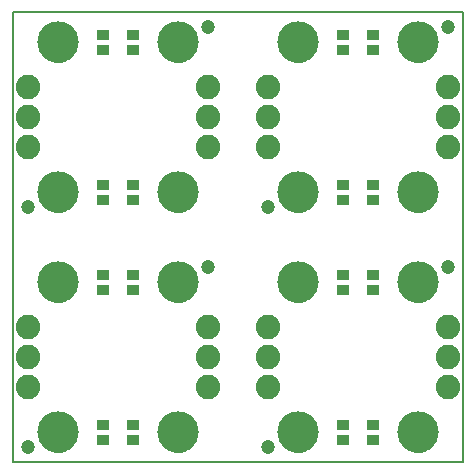
<source format=gts>
G75*
G70*
%OFA0B0*%
%FSLAX24Y24*%
%IPPOS*%
%LPD*%
%AMOC8*
5,1,8,0,0,1.08239X$1,22.5*
%
%ADD10C,0.0080*%
%ADD11R,0.0434X0.0356*%
%ADD12C,0.0000*%
%ADD13C,0.1380*%
%ADD14C,0.0474*%
%ADD15C,0.0820*%
D10*
X008338Y000501D02*
X008338Y015501D01*
X023338Y015501D01*
X023338Y000501D01*
X008338Y000501D01*
D11*
X011338Y001245D03*
X012338Y001245D03*
X012338Y001757D03*
X011338Y001757D03*
X019338Y001757D03*
X020338Y001757D03*
X020338Y001245D03*
X019338Y001245D03*
X019338Y006245D03*
X019338Y006757D03*
X020338Y006757D03*
X020338Y006245D03*
X020338Y009245D03*
X019338Y009245D03*
X019338Y009757D03*
X020338Y009757D03*
X012338Y009757D03*
X011338Y009757D03*
X011338Y009245D03*
X012338Y009245D03*
X012338Y006757D03*
X011338Y006757D03*
X011338Y006245D03*
X012338Y006245D03*
X012338Y014245D03*
X011338Y014245D03*
X011338Y014757D03*
X012338Y014757D03*
X019338Y014757D03*
X019338Y014245D03*
X020338Y014245D03*
X020338Y014757D03*
D12*
X021188Y014501D02*
X021190Y014551D01*
X021196Y014601D01*
X021206Y014651D01*
X021219Y014699D01*
X021236Y014747D01*
X021257Y014793D01*
X021281Y014837D01*
X021309Y014879D01*
X021340Y014919D01*
X021374Y014956D01*
X021411Y014991D01*
X021450Y015022D01*
X021491Y015051D01*
X021535Y015076D01*
X021581Y015098D01*
X021628Y015116D01*
X021676Y015130D01*
X021725Y015141D01*
X021775Y015148D01*
X021825Y015151D01*
X021876Y015150D01*
X021926Y015145D01*
X021976Y015136D01*
X022024Y015124D01*
X022072Y015107D01*
X022118Y015087D01*
X022163Y015064D01*
X022206Y015037D01*
X022246Y015007D01*
X022284Y014974D01*
X022319Y014938D01*
X022352Y014899D01*
X022381Y014858D01*
X022407Y014815D01*
X022430Y014770D01*
X022449Y014723D01*
X022464Y014675D01*
X022476Y014626D01*
X022484Y014576D01*
X022488Y014526D01*
X022488Y014476D01*
X022484Y014426D01*
X022476Y014376D01*
X022464Y014327D01*
X022449Y014279D01*
X022430Y014232D01*
X022407Y014187D01*
X022381Y014144D01*
X022352Y014103D01*
X022319Y014064D01*
X022284Y014028D01*
X022246Y013995D01*
X022206Y013965D01*
X022163Y013938D01*
X022118Y013915D01*
X022072Y013895D01*
X022024Y013878D01*
X021976Y013866D01*
X021926Y013857D01*
X021876Y013852D01*
X021825Y013851D01*
X021775Y013854D01*
X021725Y013861D01*
X021676Y013872D01*
X021628Y013886D01*
X021581Y013904D01*
X021535Y013926D01*
X021491Y013951D01*
X021450Y013980D01*
X021411Y014011D01*
X021374Y014046D01*
X021340Y014083D01*
X021309Y014123D01*
X021281Y014165D01*
X021257Y014209D01*
X021236Y014255D01*
X021219Y014303D01*
X021206Y014351D01*
X021196Y014401D01*
X021190Y014451D01*
X021188Y014501D01*
X017188Y014501D02*
X017190Y014551D01*
X017196Y014601D01*
X017206Y014651D01*
X017219Y014699D01*
X017236Y014747D01*
X017257Y014793D01*
X017281Y014837D01*
X017309Y014879D01*
X017340Y014919D01*
X017374Y014956D01*
X017411Y014991D01*
X017450Y015022D01*
X017491Y015051D01*
X017535Y015076D01*
X017581Y015098D01*
X017628Y015116D01*
X017676Y015130D01*
X017725Y015141D01*
X017775Y015148D01*
X017825Y015151D01*
X017876Y015150D01*
X017926Y015145D01*
X017976Y015136D01*
X018024Y015124D01*
X018072Y015107D01*
X018118Y015087D01*
X018163Y015064D01*
X018206Y015037D01*
X018246Y015007D01*
X018284Y014974D01*
X018319Y014938D01*
X018352Y014899D01*
X018381Y014858D01*
X018407Y014815D01*
X018430Y014770D01*
X018449Y014723D01*
X018464Y014675D01*
X018476Y014626D01*
X018484Y014576D01*
X018488Y014526D01*
X018488Y014476D01*
X018484Y014426D01*
X018476Y014376D01*
X018464Y014327D01*
X018449Y014279D01*
X018430Y014232D01*
X018407Y014187D01*
X018381Y014144D01*
X018352Y014103D01*
X018319Y014064D01*
X018284Y014028D01*
X018246Y013995D01*
X018206Y013965D01*
X018163Y013938D01*
X018118Y013915D01*
X018072Y013895D01*
X018024Y013878D01*
X017976Y013866D01*
X017926Y013857D01*
X017876Y013852D01*
X017825Y013851D01*
X017775Y013854D01*
X017725Y013861D01*
X017676Y013872D01*
X017628Y013886D01*
X017581Y013904D01*
X017535Y013926D01*
X017491Y013951D01*
X017450Y013980D01*
X017411Y014011D01*
X017374Y014046D01*
X017340Y014083D01*
X017309Y014123D01*
X017281Y014165D01*
X017257Y014209D01*
X017236Y014255D01*
X017219Y014303D01*
X017206Y014351D01*
X017196Y014401D01*
X017190Y014451D01*
X017188Y014501D01*
X013188Y014501D02*
X013190Y014551D01*
X013196Y014601D01*
X013206Y014651D01*
X013219Y014699D01*
X013236Y014747D01*
X013257Y014793D01*
X013281Y014837D01*
X013309Y014879D01*
X013340Y014919D01*
X013374Y014956D01*
X013411Y014991D01*
X013450Y015022D01*
X013491Y015051D01*
X013535Y015076D01*
X013581Y015098D01*
X013628Y015116D01*
X013676Y015130D01*
X013725Y015141D01*
X013775Y015148D01*
X013825Y015151D01*
X013876Y015150D01*
X013926Y015145D01*
X013976Y015136D01*
X014024Y015124D01*
X014072Y015107D01*
X014118Y015087D01*
X014163Y015064D01*
X014206Y015037D01*
X014246Y015007D01*
X014284Y014974D01*
X014319Y014938D01*
X014352Y014899D01*
X014381Y014858D01*
X014407Y014815D01*
X014430Y014770D01*
X014449Y014723D01*
X014464Y014675D01*
X014476Y014626D01*
X014484Y014576D01*
X014488Y014526D01*
X014488Y014476D01*
X014484Y014426D01*
X014476Y014376D01*
X014464Y014327D01*
X014449Y014279D01*
X014430Y014232D01*
X014407Y014187D01*
X014381Y014144D01*
X014352Y014103D01*
X014319Y014064D01*
X014284Y014028D01*
X014246Y013995D01*
X014206Y013965D01*
X014163Y013938D01*
X014118Y013915D01*
X014072Y013895D01*
X014024Y013878D01*
X013976Y013866D01*
X013926Y013857D01*
X013876Y013852D01*
X013825Y013851D01*
X013775Y013854D01*
X013725Y013861D01*
X013676Y013872D01*
X013628Y013886D01*
X013581Y013904D01*
X013535Y013926D01*
X013491Y013951D01*
X013450Y013980D01*
X013411Y014011D01*
X013374Y014046D01*
X013340Y014083D01*
X013309Y014123D01*
X013281Y014165D01*
X013257Y014209D01*
X013236Y014255D01*
X013219Y014303D01*
X013206Y014351D01*
X013196Y014401D01*
X013190Y014451D01*
X013188Y014501D01*
X009188Y014501D02*
X009190Y014551D01*
X009196Y014601D01*
X009206Y014651D01*
X009219Y014699D01*
X009236Y014747D01*
X009257Y014793D01*
X009281Y014837D01*
X009309Y014879D01*
X009340Y014919D01*
X009374Y014956D01*
X009411Y014991D01*
X009450Y015022D01*
X009491Y015051D01*
X009535Y015076D01*
X009581Y015098D01*
X009628Y015116D01*
X009676Y015130D01*
X009725Y015141D01*
X009775Y015148D01*
X009825Y015151D01*
X009876Y015150D01*
X009926Y015145D01*
X009976Y015136D01*
X010024Y015124D01*
X010072Y015107D01*
X010118Y015087D01*
X010163Y015064D01*
X010206Y015037D01*
X010246Y015007D01*
X010284Y014974D01*
X010319Y014938D01*
X010352Y014899D01*
X010381Y014858D01*
X010407Y014815D01*
X010430Y014770D01*
X010449Y014723D01*
X010464Y014675D01*
X010476Y014626D01*
X010484Y014576D01*
X010488Y014526D01*
X010488Y014476D01*
X010484Y014426D01*
X010476Y014376D01*
X010464Y014327D01*
X010449Y014279D01*
X010430Y014232D01*
X010407Y014187D01*
X010381Y014144D01*
X010352Y014103D01*
X010319Y014064D01*
X010284Y014028D01*
X010246Y013995D01*
X010206Y013965D01*
X010163Y013938D01*
X010118Y013915D01*
X010072Y013895D01*
X010024Y013878D01*
X009976Y013866D01*
X009926Y013857D01*
X009876Y013852D01*
X009825Y013851D01*
X009775Y013854D01*
X009725Y013861D01*
X009676Y013872D01*
X009628Y013886D01*
X009581Y013904D01*
X009535Y013926D01*
X009491Y013951D01*
X009450Y013980D01*
X009411Y014011D01*
X009374Y014046D01*
X009340Y014083D01*
X009309Y014123D01*
X009281Y014165D01*
X009257Y014209D01*
X009236Y014255D01*
X009219Y014303D01*
X009206Y014351D01*
X009196Y014401D01*
X009190Y014451D01*
X009188Y014501D01*
X009188Y009501D02*
X009190Y009551D01*
X009196Y009601D01*
X009206Y009651D01*
X009219Y009699D01*
X009236Y009747D01*
X009257Y009793D01*
X009281Y009837D01*
X009309Y009879D01*
X009340Y009919D01*
X009374Y009956D01*
X009411Y009991D01*
X009450Y010022D01*
X009491Y010051D01*
X009535Y010076D01*
X009581Y010098D01*
X009628Y010116D01*
X009676Y010130D01*
X009725Y010141D01*
X009775Y010148D01*
X009825Y010151D01*
X009876Y010150D01*
X009926Y010145D01*
X009976Y010136D01*
X010024Y010124D01*
X010072Y010107D01*
X010118Y010087D01*
X010163Y010064D01*
X010206Y010037D01*
X010246Y010007D01*
X010284Y009974D01*
X010319Y009938D01*
X010352Y009899D01*
X010381Y009858D01*
X010407Y009815D01*
X010430Y009770D01*
X010449Y009723D01*
X010464Y009675D01*
X010476Y009626D01*
X010484Y009576D01*
X010488Y009526D01*
X010488Y009476D01*
X010484Y009426D01*
X010476Y009376D01*
X010464Y009327D01*
X010449Y009279D01*
X010430Y009232D01*
X010407Y009187D01*
X010381Y009144D01*
X010352Y009103D01*
X010319Y009064D01*
X010284Y009028D01*
X010246Y008995D01*
X010206Y008965D01*
X010163Y008938D01*
X010118Y008915D01*
X010072Y008895D01*
X010024Y008878D01*
X009976Y008866D01*
X009926Y008857D01*
X009876Y008852D01*
X009825Y008851D01*
X009775Y008854D01*
X009725Y008861D01*
X009676Y008872D01*
X009628Y008886D01*
X009581Y008904D01*
X009535Y008926D01*
X009491Y008951D01*
X009450Y008980D01*
X009411Y009011D01*
X009374Y009046D01*
X009340Y009083D01*
X009309Y009123D01*
X009281Y009165D01*
X009257Y009209D01*
X009236Y009255D01*
X009219Y009303D01*
X009206Y009351D01*
X009196Y009401D01*
X009190Y009451D01*
X009188Y009501D01*
X013188Y009501D02*
X013190Y009551D01*
X013196Y009601D01*
X013206Y009651D01*
X013219Y009699D01*
X013236Y009747D01*
X013257Y009793D01*
X013281Y009837D01*
X013309Y009879D01*
X013340Y009919D01*
X013374Y009956D01*
X013411Y009991D01*
X013450Y010022D01*
X013491Y010051D01*
X013535Y010076D01*
X013581Y010098D01*
X013628Y010116D01*
X013676Y010130D01*
X013725Y010141D01*
X013775Y010148D01*
X013825Y010151D01*
X013876Y010150D01*
X013926Y010145D01*
X013976Y010136D01*
X014024Y010124D01*
X014072Y010107D01*
X014118Y010087D01*
X014163Y010064D01*
X014206Y010037D01*
X014246Y010007D01*
X014284Y009974D01*
X014319Y009938D01*
X014352Y009899D01*
X014381Y009858D01*
X014407Y009815D01*
X014430Y009770D01*
X014449Y009723D01*
X014464Y009675D01*
X014476Y009626D01*
X014484Y009576D01*
X014488Y009526D01*
X014488Y009476D01*
X014484Y009426D01*
X014476Y009376D01*
X014464Y009327D01*
X014449Y009279D01*
X014430Y009232D01*
X014407Y009187D01*
X014381Y009144D01*
X014352Y009103D01*
X014319Y009064D01*
X014284Y009028D01*
X014246Y008995D01*
X014206Y008965D01*
X014163Y008938D01*
X014118Y008915D01*
X014072Y008895D01*
X014024Y008878D01*
X013976Y008866D01*
X013926Y008857D01*
X013876Y008852D01*
X013825Y008851D01*
X013775Y008854D01*
X013725Y008861D01*
X013676Y008872D01*
X013628Y008886D01*
X013581Y008904D01*
X013535Y008926D01*
X013491Y008951D01*
X013450Y008980D01*
X013411Y009011D01*
X013374Y009046D01*
X013340Y009083D01*
X013309Y009123D01*
X013281Y009165D01*
X013257Y009209D01*
X013236Y009255D01*
X013219Y009303D01*
X013206Y009351D01*
X013196Y009401D01*
X013190Y009451D01*
X013188Y009501D01*
X017188Y009501D02*
X017190Y009551D01*
X017196Y009601D01*
X017206Y009651D01*
X017219Y009699D01*
X017236Y009747D01*
X017257Y009793D01*
X017281Y009837D01*
X017309Y009879D01*
X017340Y009919D01*
X017374Y009956D01*
X017411Y009991D01*
X017450Y010022D01*
X017491Y010051D01*
X017535Y010076D01*
X017581Y010098D01*
X017628Y010116D01*
X017676Y010130D01*
X017725Y010141D01*
X017775Y010148D01*
X017825Y010151D01*
X017876Y010150D01*
X017926Y010145D01*
X017976Y010136D01*
X018024Y010124D01*
X018072Y010107D01*
X018118Y010087D01*
X018163Y010064D01*
X018206Y010037D01*
X018246Y010007D01*
X018284Y009974D01*
X018319Y009938D01*
X018352Y009899D01*
X018381Y009858D01*
X018407Y009815D01*
X018430Y009770D01*
X018449Y009723D01*
X018464Y009675D01*
X018476Y009626D01*
X018484Y009576D01*
X018488Y009526D01*
X018488Y009476D01*
X018484Y009426D01*
X018476Y009376D01*
X018464Y009327D01*
X018449Y009279D01*
X018430Y009232D01*
X018407Y009187D01*
X018381Y009144D01*
X018352Y009103D01*
X018319Y009064D01*
X018284Y009028D01*
X018246Y008995D01*
X018206Y008965D01*
X018163Y008938D01*
X018118Y008915D01*
X018072Y008895D01*
X018024Y008878D01*
X017976Y008866D01*
X017926Y008857D01*
X017876Y008852D01*
X017825Y008851D01*
X017775Y008854D01*
X017725Y008861D01*
X017676Y008872D01*
X017628Y008886D01*
X017581Y008904D01*
X017535Y008926D01*
X017491Y008951D01*
X017450Y008980D01*
X017411Y009011D01*
X017374Y009046D01*
X017340Y009083D01*
X017309Y009123D01*
X017281Y009165D01*
X017257Y009209D01*
X017236Y009255D01*
X017219Y009303D01*
X017206Y009351D01*
X017196Y009401D01*
X017190Y009451D01*
X017188Y009501D01*
X021188Y009501D02*
X021190Y009551D01*
X021196Y009601D01*
X021206Y009651D01*
X021219Y009699D01*
X021236Y009747D01*
X021257Y009793D01*
X021281Y009837D01*
X021309Y009879D01*
X021340Y009919D01*
X021374Y009956D01*
X021411Y009991D01*
X021450Y010022D01*
X021491Y010051D01*
X021535Y010076D01*
X021581Y010098D01*
X021628Y010116D01*
X021676Y010130D01*
X021725Y010141D01*
X021775Y010148D01*
X021825Y010151D01*
X021876Y010150D01*
X021926Y010145D01*
X021976Y010136D01*
X022024Y010124D01*
X022072Y010107D01*
X022118Y010087D01*
X022163Y010064D01*
X022206Y010037D01*
X022246Y010007D01*
X022284Y009974D01*
X022319Y009938D01*
X022352Y009899D01*
X022381Y009858D01*
X022407Y009815D01*
X022430Y009770D01*
X022449Y009723D01*
X022464Y009675D01*
X022476Y009626D01*
X022484Y009576D01*
X022488Y009526D01*
X022488Y009476D01*
X022484Y009426D01*
X022476Y009376D01*
X022464Y009327D01*
X022449Y009279D01*
X022430Y009232D01*
X022407Y009187D01*
X022381Y009144D01*
X022352Y009103D01*
X022319Y009064D01*
X022284Y009028D01*
X022246Y008995D01*
X022206Y008965D01*
X022163Y008938D01*
X022118Y008915D01*
X022072Y008895D01*
X022024Y008878D01*
X021976Y008866D01*
X021926Y008857D01*
X021876Y008852D01*
X021825Y008851D01*
X021775Y008854D01*
X021725Y008861D01*
X021676Y008872D01*
X021628Y008886D01*
X021581Y008904D01*
X021535Y008926D01*
X021491Y008951D01*
X021450Y008980D01*
X021411Y009011D01*
X021374Y009046D01*
X021340Y009083D01*
X021309Y009123D01*
X021281Y009165D01*
X021257Y009209D01*
X021236Y009255D01*
X021219Y009303D01*
X021206Y009351D01*
X021196Y009401D01*
X021190Y009451D01*
X021188Y009501D01*
X021188Y006501D02*
X021190Y006551D01*
X021196Y006601D01*
X021206Y006651D01*
X021219Y006699D01*
X021236Y006747D01*
X021257Y006793D01*
X021281Y006837D01*
X021309Y006879D01*
X021340Y006919D01*
X021374Y006956D01*
X021411Y006991D01*
X021450Y007022D01*
X021491Y007051D01*
X021535Y007076D01*
X021581Y007098D01*
X021628Y007116D01*
X021676Y007130D01*
X021725Y007141D01*
X021775Y007148D01*
X021825Y007151D01*
X021876Y007150D01*
X021926Y007145D01*
X021976Y007136D01*
X022024Y007124D01*
X022072Y007107D01*
X022118Y007087D01*
X022163Y007064D01*
X022206Y007037D01*
X022246Y007007D01*
X022284Y006974D01*
X022319Y006938D01*
X022352Y006899D01*
X022381Y006858D01*
X022407Y006815D01*
X022430Y006770D01*
X022449Y006723D01*
X022464Y006675D01*
X022476Y006626D01*
X022484Y006576D01*
X022488Y006526D01*
X022488Y006476D01*
X022484Y006426D01*
X022476Y006376D01*
X022464Y006327D01*
X022449Y006279D01*
X022430Y006232D01*
X022407Y006187D01*
X022381Y006144D01*
X022352Y006103D01*
X022319Y006064D01*
X022284Y006028D01*
X022246Y005995D01*
X022206Y005965D01*
X022163Y005938D01*
X022118Y005915D01*
X022072Y005895D01*
X022024Y005878D01*
X021976Y005866D01*
X021926Y005857D01*
X021876Y005852D01*
X021825Y005851D01*
X021775Y005854D01*
X021725Y005861D01*
X021676Y005872D01*
X021628Y005886D01*
X021581Y005904D01*
X021535Y005926D01*
X021491Y005951D01*
X021450Y005980D01*
X021411Y006011D01*
X021374Y006046D01*
X021340Y006083D01*
X021309Y006123D01*
X021281Y006165D01*
X021257Y006209D01*
X021236Y006255D01*
X021219Y006303D01*
X021206Y006351D01*
X021196Y006401D01*
X021190Y006451D01*
X021188Y006501D01*
X017188Y006501D02*
X017190Y006551D01*
X017196Y006601D01*
X017206Y006651D01*
X017219Y006699D01*
X017236Y006747D01*
X017257Y006793D01*
X017281Y006837D01*
X017309Y006879D01*
X017340Y006919D01*
X017374Y006956D01*
X017411Y006991D01*
X017450Y007022D01*
X017491Y007051D01*
X017535Y007076D01*
X017581Y007098D01*
X017628Y007116D01*
X017676Y007130D01*
X017725Y007141D01*
X017775Y007148D01*
X017825Y007151D01*
X017876Y007150D01*
X017926Y007145D01*
X017976Y007136D01*
X018024Y007124D01*
X018072Y007107D01*
X018118Y007087D01*
X018163Y007064D01*
X018206Y007037D01*
X018246Y007007D01*
X018284Y006974D01*
X018319Y006938D01*
X018352Y006899D01*
X018381Y006858D01*
X018407Y006815D01*
X018430Y006770D01*
X018449Y006723D01*
X018464Y006675D01*
X018476Y006626D01*
X018484Y006576D01*
X018488Y006526D01*
X018488Y006476D01*
X018484Y006426D01*
X018476Y006376D01*
X018464Y006327D01*
X018449Y006279D01*
X018430Y006232D01*
X018407Y006187D01*
X018381Y006144D01*
X018352Y006103D01*
X018319Y006064D01*
X018284Y006028D01*
X018246Y005995D01*
X018206Y005965D01*
X018163Y005938D01*
X018118Y005915D01*
X018072Y005895D01*
X018024Y005878D01*
X017976Y005866D01*
X017926Y005857D01*
X017876Y005852D01*
X017825Y005851D01*
X017775Y005854D01*
X017725Y005861D01*
X017676Y005872D01*
X017628Y005886D01*
X017581Y005904D01*
X017535Y005926D01*
X017491Y005951D01*
X017450Y005980D01*
X017411Y006011D01*
X017374Y006046D01*
X017340Y006083D01*
X017309Y006123D01*
X017281Y006165D01*
X017257Y006209D01*
X017236Y006255D01*
X017219Y006303D01*
X017206Y006351D01*
X017196Y006401D01*
X017190Y006451D01*
X017188Y006501D01*
X013188Y006501D02*
X013190Y006551D01*
X013196Y006601D01*
X013206Y006651D01*
X013219Y006699D01*
X013236Y006747D01*
X013257Y006793D01*
X013281Y006837D01*
X013309Y006879D01*
X013340Y006919D01*
X013374Y006956D01*
X013411Y006991D01*
X013450Y007022D01*
X013491Y007051D01*
X013535Y007076D01*
X013581Y007098D01*
X013628Y007116D01*
X013676Y007130D01*
X013725Y007141D01*
X013775Y007148D01*
X013825Y007151D01*
X013876Y007150D01*
X013926Y007145D01*
X013976Y007136D01*
X014024Y007124D01*
X014072Y007107D01*
X014118Y007087D01*
X014163Y007064D01*
X014206Y007037D01*
X014246Y007007D01*
X014284Y006974D01*
X014319Y006938D01*
X014352Y006899D01*
X014381Y006858D01*
X014407Y006815D01*
X014430Y006770D01*
X014449Y006723D01*
X014464Y006675D01*
X014476Y006626D01*
X014484Y006576D01*
X014488Y006526D01*
X014488Y006476D01*
X014484Y006426D01*
X014476Y006376D01*
X014464Y006327D01*
X014449Y006279D01*
X014430Y006232D01*
X014407Y006187D01*
X014381Y006144D01*
X014352Y006103D01*
X014319Y006064D01*
X014284Y006028D01*
X014246Y005995D01*
X014206Y005965D01*
X014163Y005938D01*
X014118Y005915D01*
X014072Y005895D01*
X014024Y005878D01*
X013976Y005866D01*
X013926Y005857D01*
X013876Y005852D01*
X013825Y005851D01*
X013775Y005854D01*
X013725Y005861D01*
X013676Y005872D01*
X013628Y005886D01*
X013581Y005904D01*
X013535Y005926D01*
X013491Y005951D01*
X013450Y005980D01*
X013411Y006011D01*
X013374Y006046D01*
X013340Y006083D01*
X013309Y006123D01*
X013281Y006165D01*
X013257Y006209D01*
X013236Y006255D01*
X013219Y006303D01*
X013206Y006351D01*
X013196Y006401D01*
X013190Y006451D01*
X013188Y006501D01*
X009188Y006501D02*
X009190Y006551D01*
X009196Y006601D01*
X009206Y006651D01*
X009219Y006699D01*
X009236Y006747D01*
X009257Y006793D01*
X009281Y006837D01*
X009309Y006879D01*
X009340Y006919D01*
X009374Y006956D01*
X009411Y006991D01*
X009450Y007022D01*
X009491Y007051D01*
X009535Y007076D01*
X009581Y007098D01*
X009628Y007116D01*
X009676Y007130D01*
X009725Y007141D01*
X009775Y007148D01*
X009825Y007151D01*
X009876Y007150D01*
X009926Y007145D01*
X009976Y007136D01*
X010024Y007124D01*
X010072Y007107D01*
X010118Y007087D01*
X010163Y007064D01*
X010206Y007037D01*
X010246Y007007D01*
X010284Y006974D01*
X010319Y006938D01*
X010352Y006899D01*
X010381Y006858D01*
X010407Y006815D01*
X010430Y006770D01*
X010449Y006723D01*
X010464Y006675D01*
X010476Y006626D01*
X010484Y006576D01*
X010488Y006526D01*
X010488Y006476D01*
X010484Y006426D01*
X010476Y006376D01*
X010464Y006327D01*
X010449Y006279D01*
X010430Y006232D01*
X010407Y006187D01*
X010381Y006144D01*
X010352Y006103D01*
X010319Y006064D01*
X010284Y006028D01*
X010246Y005995D01*
X010206Y005965D01*
X010163Y005938D01*
X010118Y005915D01*
X010072Y005895D01*
X010024Y005878D01*
X009976Y005866D01*
X009926Y005857D01*
X009876Y005852D01*
X009825Y005851D01*
X009775Y005854D01*
X009725Y005861D01*
X009676Y005872D01*
X009628Y005886D01*
X009581Y005904D01*
X009535Y005926D01*
X009491Y005951D01*
X009450Y005980D01*
X009411Y006011D01*
X009374Y006046D01*
X009340Y006083D01*
X009309Y006123D01*
X009281Y006165D01*
X009257Y006209D01*
X009236Y006255D01*
X009219Y006303D01*
X009206Y006351D01*
X009196Y006401D01*
X009190Y006451D01*
X009188Y006501D01*
X009188Y001501D02*
X009190Y001551D01*
X009196Y001601D01*
X009206Y001651D01*
X009219Y001699D01*
X009236Y001747D01*
X009257Y001793D01*
X009281Y001837D01*
X009309Y001879D01*
X009340Y001919D01*
X009374Y001956D01*
X009411Y001991D01*
X009450Y002022D01*
X009491Y002051D01*
X009535Y002076D01*
X009581Y002098D01*
X009628Y002116D01*
X009676Y002130D01*
X009725Y002141D01*
X009775Y002148D01*
X009825Y002151D01*
X009876Y002150D01*
X009926Y002145D01*
X009976Y002136D01*
X010024Y002124D01*
X010072Y002107D01*
X010118Y002087D01*
X010163Y002064D01*
X010206Y002037D01*
X010246Y002007D01*
X010284Y001974D01*
X010319Y001938D01*
X010352Y001899D01*
X010381Y001858D01*
X010407Y001815D01*
X010430Y001770D01*
X010449Y001723D01*
X010464Y001675D01*
X010476Y001626D01*
X010484Y001576D01*
X010488Y001526D01*
X010488Y001476D01*
X010484Y001426D01*
X010476Y001376D01*
X010464Y001327D01*
X010449Y001279D01*
X010430Y001232D01*
X010407Y001187D01*
X010381Y001144D01*
X010352Y001103D01*
X010319Y001064D01*
X010284Y001028D01*
X010246Y000995D01*
X010206Y000965D01*
X010163Y000938D01*
X010118Y000915D01*
X010072Y000895D01*
X010024Y000878D01*
X009976Y000866D01*
X009926Y000857D01*
X009876Y000852D01*
X009825Y000851D01*
X009775Y000854D01*
X009725Y000861D01*
X009676Y000872D01*
X009628Y000886D01*
X009581Y000904D01*
X009535Y000926D01*
X009491Y000951D01*
X009450Y000980D01*
X009411Y001011D01*
X009374Y001046D01*
X009340Y001083D01*
X009309Y001123D01*
X009281Y001165D01*
X009257Y001209D01*
X009236Y001255D01*
X009219Y001303D01*
X009206Y001351D01*
X009196Y001401D01*
X009190Y001451D01*
X009188Y001501D01*
X013188Y001501D02*
X013190Y001551D01*
X013196Y001601D01*
X013206Y001651D01*
X013219Y001699D01*
X013236Y001747D01*
X013257Y001793D01*
X013281Y001837D01*
X013309Y001879D01*
X013340Y001919D01*
X013374Y001956D01*
X013411Y001991D01*
X013450Y002022D01*
X013491Y002051D01*
X013535Y002076D01*
X013581Y002098D01*
X013628Y002116D01*
X013676Y002130D01*
X013725Y002141D01*
X013775Y002148D01*
X013825Y002151D01*
X013876Y002150D01*
X013926Y002145D01*
X013976Y002136D01*
X014024Y002124D01*
X014072Y002107D01*
X014118Y002087D01*
X014163Y002064D01*
X014206Y002037D01*
X014246Y002007D01*
X014284Y001974D01*
X014319Y001938D01*
X014352Y001899D01*
X014381Y001858D01*
X014407Y001815D01*
X014430Y001770D01*
X014449Y001723D01*
X014464Y001675D01*
X014476Y001626D01*
X014484Y001576D01*
X014488Y001526D01*
X014488Y001476D01*
X014484Y001426D01*
X014476Y001376D01*
X014464Y001327D01*
X014449Y001279D01*
X014430Y001232D01*
X014407Y001187D01*
X014381Y001144D01*
X014352Y001103D01*
X014319Y001064D01*
X014284Y001028D01*
X014246Y000995D01*
X014206Y000965D01*
X014163Y000938D01*
X014118Y000915D01*
X014072Y000895D01*
X014024Y000878D01*
X013976Y000866D01*
X013926Y000857D01*
X013876Y000852D01*
X013825Y000851D01*
X013775Y000854D01*
X013725Y000861D01*
X013676Y000872D01*
X013628Y000886D01*
X013581Y000904D01*
X013535Y000926D01*
X013491Y000951D01*
X013450Y000980D01*
X013411Y001011D01*
X013374Y001046D01*
X013340Y001083D01*
X013309Y001123D01*
X013281Y001165D01*
X013257Y001209D01*
X013236Y001255D01*
X013219Y001303D01*
X013206Y001351D01*
X013196Y001401D01*
X013190Y001451D01*
X013188Y001501D01*
X017188Y001501D02*
X017190Y001551D01*
X017196Y001601D01*
X017206Y001651D01*
X017219Y001699D01*
X017236Y001747D01*
X017257Y001793D01*
X017281Y001837D01*
X017309Y001879D01*
X017340Y001919D01*
X017374Y001956D01*
X017411Y001991D01*
X017450Y002022D01*
X017491Y002051D01*
X017535Y002076D01*
X017581Y002098D01*
X017628Y002116D01*
X017676Y002130D01*
X017725Y002141D01*
X017775Y002148D01*
X017825Y002151D01*
X017876Y002150D01*
X017926Y002145D01*
X017976Y002136D01*
X018024Y002124D01*
X018072Y002107D01*
X018118Y002087D01*
X018163Y002064D01*
X018206Y002037D01*
X018246Y002007D01*
X018284Y001974D01*
X018319Y001938D01*
X018352Y001899D01*
X018381Y001858D01*
X018407Y001815D01*
X018430Y001770D01*
X018449Y001723D01*
X018464Y001675D01*
X018476Y001626D01*
X018484Y001576D01*
X018488Y001526D01*
X018488Y001476D01*
X018484Y001426D01*
X018476Y001376D01*
X018464Y001327D01*
X018449Y001279D01*
X018430Y001232D01*
X018407Y001187D01*
X018381Y001144D01*
X018352Y001103D01*
X018319Y001064D01*
X018284Y001028D01*
X018246Y000995D01*
X018206Y000965D01*
X018163Y000938D01*
X018118Y000915D01*
X018072Y000895D01*
X018024Y000878D01*
X017976Y000866D01*
X017926Y000857D01*
X017876Y000852D01*
X017825Y000851D01*
X017775Y000854D01*
X017725Y000861D01*
X017676Y000872D01*
X017628Y000886D01*
X017581Y000904D01*
X017535Y000926D01*
X017491Y000951D01*
X017450Y000980D01*
X017411Y001011D01*
X017374Y001046D01*
X017340Y001083D01*
X017309Y001123D01*
X017281Y001165D01*
X017257Y001209D01*
X017236Y001255D01*
X017219Y001303D01*
X017206Y001351D01*
X017196Y001401D01*
X017190Y001451D01*
X017188Y001501D01*
X021188Y001501D02*
X021190Y001551D01*
X021196Y001601D01*
X021206Y001651D01*
X021219Y001699D01*
X021236Y001747D01*
X021257Y001793D01*
X021281Y001837D01*
X021309Y001879D01*
X021340Y001919D01*
X021374Y001956D01*
X021411Y001991D01*
X021450Y002022D01*
X021491Y002051D01*
X021535Y002076D01*
X021581Y002098D01*
X021628Y002116D01*
X021676Y002130D01*
X021725Y002141D01*
X021775Y002148D01*
X021825Y002151D01*
X021876Y002150D01*
X021926Y002145D01*
X021976Y002136D01*
X022024Y002124D01*
X022072Y002107D01*
X022118Y002087D01*
X022163Y002064D01*
X022206Y002037D01*
X022246Y002007D01*
X022284Y001974D01*
X022319Y001938D01*
X022352Y001899D01*
X022381Y001858D01*
X022407Y001815D01*
X022430Y001770D01*
X022449Y001723D01*
X022464Y001675D01*
X022476Y001626D01*
X022484Y001576D01*
X022488Y001526D01*
X022488Y001476D01*
X022484Y001426D01*
X022476Y001376D01*
X022464Y001327D01*
X022449Y001279D01*
X022430Y001232D01*
X022407Y001187D01*
X022381Y001144D01*
X022352Y001103D01*
X022319Y001064D01*
X022284Y001028D01*
X022246Y000995D01*
X022206Y000965D01*
X022163Y000938D01*
X022118Y000915D01*
X022072Y000895D01*
X022024Y000878D01*
X021976Y000866D01*
X021926Y000857D01*
X021876Y000852D01*
X021825Y000851D01*
X021775Y000854D01*
X021725Y000861D01*
X021676Y000872D01*
X021628Y000886D01*
X021581Y000904D01*
X021535Y000926D01*
X021491Y000951D01*
X021450Y000980D01*
X021411Y001011D01*
X021374Y001046D01*
X021340Y001083D01*
X021309Y001123D01*
X021281Y001165D01*
X021257Y001209D01*
X021236Y001255D01*
X021219Y001303D01*
X021206Y001351D01*
X021196Y001401D01*
X021190Y001451D01*
X021188Y001501D01*
D13*
X021838Y001501D03*
X017838Y001501D03*
X013838Y001501D03*
X009838Y001501D03*
X009838Y006501D03*
X013838Y006501D03*
X017838Y006501D03*
X021838Y006501D03*
X021838Y009501D03*
X017838Y009501D03*
X013838Y009501D03*
X009838Y009501D03*
X009838Y014501D03*
X013838Y014501D03*
X017838Y014501D03*
X021838Y014501D03*
D14*
X022838Y015001D03*
X014838Y015001D03*
X016838Y009001D03*
X014838Y007001D03*
X008838Y009001D03*
X022838Y007001D03*
X016838Y001001D03*
X008838Y001001D03*
D15*
X008838Y003001D03*
X008838Y004001D03*
X008838Y005001D03*
X014838Y005001D03*
X016838Y005001D03*
X016838Y004001D03*
X014838Y004001D03*
X014838Y003001D03*
X016838Y003001D03*
X022838Y003001D03*
X022838Y004001D03*
X022838Y005001D03*
X022838Y011001D03*
X022838Y012001D03*
X022838Y013001D03*
X016838Y013001D03*
X014838Y013001D03*
X014838Y012001D03*
X016838Y012001D03*
X016838Y011001D03*
X014838Y011001D03*
X008838Y011001D03*
X008838Y012001D03*
X008838Y013001D03*
M02*

</source>
